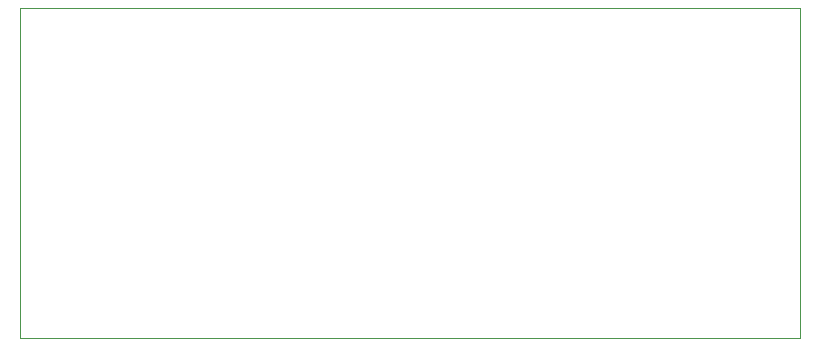
<source format=gbr>
G04 #@! TF.GenerationSoftware,KiCad,Pcbnew,5.1.5*
G04 #@! TF.CreationDate,2019-11-23T16:08:54+01:00*
G04 #@! TF.ProjectId,powerbar,706f7765-7262-4617-922e-6b696361645f,rev?*
G04 #@! TF.SameCoordinates,Original*
G04 #@! TF.FileFunction,Profile,NP*
%FSLAX46Y46*%
G04 Gerber Fmt 4.6, Leading zero omitted, Abs format (unit mm)*
G04 Created by KiCad (PCBNEW 5.1.5) date 2019-11-23 16:08:54*
%MOMM*%
%LPD*%
G04 APERTURE LIST*
%ADD10C,0.050000*%
G04 APERTURE END LIST*
D10*
X111760000Y-535940000D02*
X111760000Y-508000000D01*
X177800000Y-535940000D02*
X111760000Y-535940000D01*
X177800000Y-508000000D02*
X177800000Y-535940000D01*
X111760000Y-508000000D02*
X177800000Y-508000000D01*
M02*

</source>
